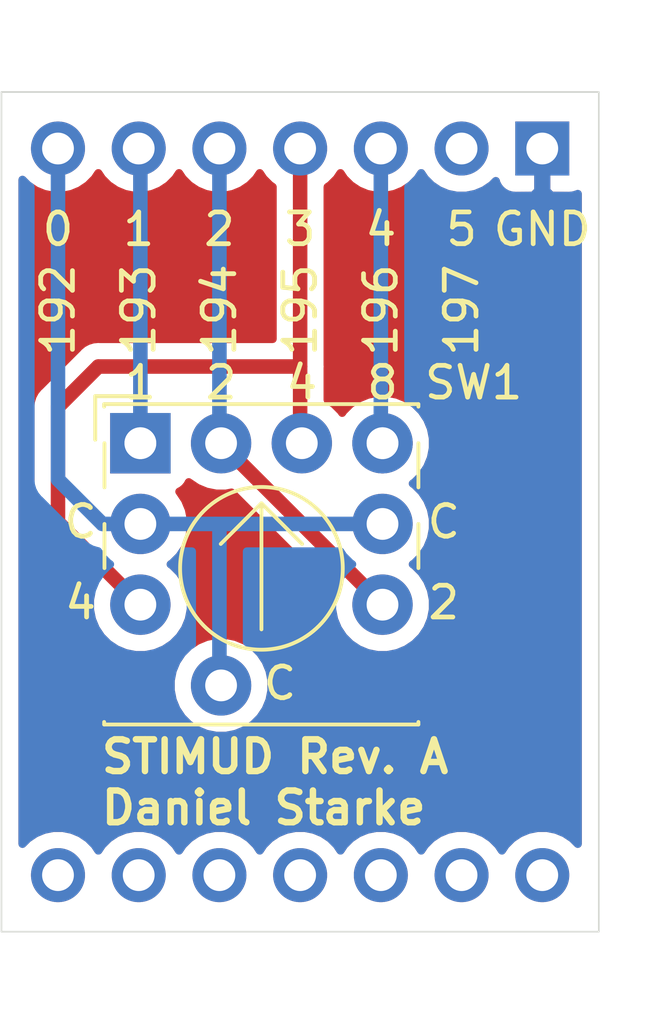
<source format=kicad_pcb>
(kicad_pcb (version 20171130) (host pcbnew "(5.1.5)-3")

  (general
    (thickness 1.6)
    (drawings 27)
    (tracks 19)
    (zones 0)
    (modules 4)
    (nets 15)
  )

  (page A4)
  (layers
    (0 F.Cu signal)
    (31 B.Cu signal)
    (32 B.Adhes user)
    (33 F.Adhes user)
    (34 B.Paste user)
    (35 F.Paste user)
    (36 B.SilkS user)
    (37 F.SilkS user)
    (38 B.Mask user)
    (39 F.Mask user)
    (40 Dwgs.User user)
    (41 Cmts.User user)
    (42 Eco1.User user)
    (43 Eco2.User user)
    (44 Edge.Cuts user)
    (45 Margin user)
    (46 B.CrtYd user)
    (47 F.CrtYd user)
    (48 B.Fab user)
    (49 F.Fab user)
  )

  (setup
    (last_trace_width 0.4572)
    (trace_clearance 0.254)
    (zone_clearance 0.508)
    (zone_45_only no)
    (trace_min 0.0889)
    (via_size 0.5)
    (via_drill 0.3)
    (via_min_size 0.5)
    (via_min_drill 0.3)
    (uvia_size 0.5)
    (uvia_drill 0.3)
    (uvias_allowed no)
    (uvia_min_size 0.5)
    (uvia_min_drill 0.3)
    (edge_width 0.05)
    (segment_width 0.2)
    (pcb_text_width 0.3)
    (pcb_text_size 1.5 1.5)
    (mod_edge_width 0.12)
    (mod_text_size 1 1)
    (mod_text_width 0.15)
    (pad_size 1.7 1.7)
    (pad_drill 1)
    (pad_to_mask_clearance 0.0889)
    (solder_mask_min_width 0.0889)
    (aux_axis_origin 26.162 47.498)
    (visible_elements 7FFFFFFF)
    (pcbplotparams
      (layerselection 0x010f0_ffffffff)
      (usegerberextensions false)
      (usegerberattributes false)
      (usegerberadvancedattributes false)
      (creategerberjobfile false)
      (excludeedgelayer false)
      (linewidth 0.020000)
      (plotframeref false)
      (viasonmask false)
      (mode 1)
      (useauxorigin true)
      (hpglpennumber 1)
      (hpglpenspeed 20)
      (hpglpendiameter 15.000000)
      (psnegative false)
      (psa4output false)
      (plotreference true)
      (plotvalue true)
      (plotinvisibletext false)
      (padsonsilk false)
      (subtractmaskfromsilk false)
      (outputformat 1)
      (mirror false)
      (drillshape 0)
      (scaleselection 1)
      (outputdirectory "gerber"))
  )

  (net 0 "")
  (net 1 "Net-(J1-Pad6)")
  (net 2 "Net-(J1-Pad5)")
  (net 3 "Net-(J1-Pad4)")
  (net 4 "Net-(J1-Pad3)")
  (net 5 "Net-(J1-Pad2)")
  (net 6 "Net-(J1-Pad1)")
  (net 7 "Net-(J2-Pad6)")
  (net 8 "Net-(J2-Pad5)")
  (net 9 "Net-(J2-Pad4)")
  (net 10 "Net-(J2-Pad3)")
  (net 11 "Net-(J2-Pad2)")
  (net 12 "Net-(J2-Pad1)")
  (net 13 GND)
  (net 14 "Net-(J2-Pad7)")

  (net_class Default "This is the default net class."
    (clearance 0.254)
    (trace_width 0.4572)
    (via_dia 0.5)
    (via_drill 0.3)
    (uvia_dia 0.5)
    (uvia_drill 0.3)
    (diff_pair_width 0.1524)
    (diff_pair_gap 0.1524)
    (add_net GND)
    (add_net "Net-(J1-Pad1)")
    (add_net "Net-(J1-Pad2)")
    (add_net "Net-(J1-Pad3)")
    (add_net "Net-(J1-Pad4)")
    (add_net "Net-(J1-Pad5)")
    (add_net "Net-(J1-Pad6)")
    (add_net "Net-(J2-Pad1)")
    (add_net "Net-(J2-Pad2)")
    (add_net "Net-(J2-Pad3)")
    (add_net "Net-(J2-Pad4)")
    (add_net "Net-(J2-Pad5)")
    (add_net "Net-(J2-Pad6)")
    (add_net "Net-(J2-Pad7)")
  )

  (module Connector_PinSocket_2.54mm:PinSocket_1x07_P2.54mm_Vertical (layer B.Cu) (tedit 5E6FFD37) (tstamp 5E69FD8B)
    (at 27.94 45.72 270)
    (descr "Through hole straight socket strip, 1x07, 2.54mm pitch, single row (from Kicad 4.0.7), script generated")
    (tags "Through hole socket strip THT 1x07 2.54mm single row")
    (path /5E6A0BFC)
    (fp_text reference J2 (at 0 2.77 90) (layer B.SilkS) hide
      (effects (font (size 1 1) (thickness 0.15)) (justify mirror))
    )
    (fp_text value Conn_01x07 (at 0 -18.01 90) (layer B.Fab)
      (effects (font (size 1 1) (thickness 0.15)) (justify mirror))
    )
    (fp_text user %R (at 0 -7.62) (layer B.Fab)
      (effects (font (size 1 1) (thickness 0.15)) (justify mirror))
    )
    (fp_line (start -1.8 -17) (end -1.8 1.8) (layer B.CrtYd) (width 0.05))
    (fp_line (start 1.75 -17) (end -1.8 -17) (layer B.CrtYd) (width 0.05))
    (fp_line (start 1.75 1.8) (end 1.75 -17) (layer B.CrtYd) (width 0.05))
    (fp_line (start -1.8 1.8) (end 1.75 1.8) (layer B.CrtYd) (width 0.05))
    (fp_line (start -1.27 -16.51) (end -1.27 1.27) (layer B.Fab) (width 0.1))
    (fp_line (start 1.27 -16.51) (end -1.27 -16.51) (layer B.Fab) (width 0.1))
    (fp_line (start 1.27 0.635) (end 1.27 -16.51) (layer B.Fab) (width 0.1))
    (fp_line (start 0.635 1.27) (end 1.27 0.635) (layer B.Fab) (width 0.1))
    (fp_line (start -1.27 1.27) (end 0.635 1.27) (layer B.Fab) (width 0.1))
    (pad 7 thru_hole oval (at 0 -15.24 270) (size 1.7 1.7) (drill 1) (layers *.Cu *.Mask)
      (net 14 "Net-(J2-Pad7)"))
    (pad 6 thru_hole oval (at 0 -12.7 270) (size 1.7 1.7) (drill 1) (layers *.Cu *.Mask)
      (net 7 "Net-(J2-Pad6)"))
    (pad 5 thru_hole oval (at 0 -10.16 270) (size 1.7 1.7) (drill 1) (layers *.Cu *.Mask)
      (net 8 "Net-(J2-Pad5)"))
    (pad 4 thru_hole oval (at 0 -7.62 270) (size 1.7 1.7) (drill 1) (layers *.Cu *.Mask)
      (net 9 "Net-(J2-Pad4)"))
    (pad 3 thru_hole oval (at 0 -5.08 270) (size 1.7 1.7) (drill 1) (layers *.Cu *.Mask)
      (net 10 "Net-(J2-Pad3)"))
    (pad 2 thru_hole oval (at 0 -2.54 270) (size 1.7 1.7) (drill 1) (layers *.Cu *.Mask)
      (net 11 "Net-(J2-Pad2)"))
    (pad 1 thru_hole circle (at 0 0 270) (size 1.7 1.7) (drill 1) (layers *.Cu *.Mask)
      (net 12 "Net-(J2-Pad1)"))
    (model ${KISYS3DMOD}/Connector_PinSocket_2.54mm.3dshapes/PinSocket_1x07_P2.54mm_Vertical.wrl
      (at (xyz 0 0 0))
      (scale (xyz 1 1 1))
      (rotate (xyz 0 0 0))
    )
  )

  (module Connector_PinSocket_2.54mm:PinSocket_1x07_P2.54mm_Vertical (layer B.Cu) (tedit 5E6FFD20) (tstamp 5E69FD70)
    (at 27.94 22.86 270)
    (descr "Through hole straight socket strip, 1x07, 2.54mm pitch, single row (from Kicad 4.0.7), script generated")
    (tags "Through hole socket strip THT 1x07 2.54mm single row")
    (path /5E69FBFF)
    (fp_text reference J1 (at 0 2.77 90) (layer B.SilkS) hide
      (effects (font (size 1 1) (thickness 0.15)) (justify mirror))
    )
    (fp_text value Conn_01x07 (at 0 -18.01 90) (layer B.Fab)
      (effects (font (size 1 1) (thickness 0.15)) (justify mirror))
    )
    (fp_text user %R (at 0 -7.62) (layer B.Fab)
      (effects (font (size 1 1) (thickness 0.15)) (justify mirror))
    )
    (fp_line (start -1.8 -17) (end -1.8 1.8) (layer B.CrtYd) (width 0.05))
    (fp_line (start 1.75 -17) (end -1.8 -17) (layer B.CrtYd) (width 0.05))
    (fp_line (start 1.75 1.8) (end 1.75 -17) (layer B.CrtYd) (width 0.05))
    (fp_line (start -1.8 1.8) (end 1.75 1.8) (layer B.CrtYd) (width 0.05))
    (fp_line (start -1.27 -16.51) (end -1.27 1.27) (layer B.Fab) (width 0.1))
    (fp_line (start 1.27 -16.51) (end -1.27 -16.51) (layer B.Fab) (width 0.1))
    (fp_line (start 1.27 0.635) (end 1.27 -16.51) (layer B.Fab) (width 0.1))
    (fp_line (start 0.635 1.27) (end 1.27 0.635) (layer B.Fab) (width 0.1))
    (fp_line (start -1.27 1.27) (end 0.635 1.27) (layer B.Fab) (width 0.1))
    (pad 7 thru_hole rect (at 0 -15.24 270) (size 1.7 1.7) (drill 1) (layers *.Cu *.Mask)
      (net 13 GND))
    (pad 6 thru_hole oval (at 0 -12.7 270) (size 1.7 1.7) (drill 1) (layers *.Cu *.Mask)
      (net 1 "Net-(J1-Pad6)"))
    (pad 5 thru_hole oval (at 0 -10.16 270) (size 1.7 1.7) (drill 1) (layers *.Cu *.Mask)
      (net 2 "Net-(J1-Pad5)"))
    (pad 4 thru_hole oval (at 0 -7.62 270) (size 1.7 1.7) (drill 1) (layers *.Cu *.Mask)
      (net 3 "Net-(J1-Pad4)"))
    (pad 3 thru_hole oval (at 0 -5.08 270) (size 1.7 1.7) (drill 1) (layers *.Cu *.Mask)
      (net 4 "Net-(J1-Pad3)"))
    (pad 2 thru_hole oval (at 0 -2.54 270) (size 1.7 1.7) (drill 1) (layers *.Cu *.Mask)
      (net 5 "Net-(J1-Pad2)"))
    (pad 1 thru_hole circle (at 0 0 270) (size 1.7 1.7) (drill 1) (layers *.Cu *.Mask)
      (net 6 "Net-(J1-Pad1)"))
    (model ${KISYS3DMOD}/Connector_PinSocket_2.54mm.3dshapes/PinSocket_1x07_P2.54mm_Vertical.wrl
      (at (xyz 0 0 0))
      (scale (xyz 1 1 1))
      (rotate (xyz 0 0 0))
    )
  )

  (module Button_Switch_THT:Nidec_Copal_SH-7010C (layer F.Cu) (tedit 5E6FF2D2) (tstamp 5E69DAA1)
    (at 30.5325 32.131)
    (descr "4-bit rotary coded switch, through-hole, https://www.nidec-copal-electronics.com/e/catalog/switch/sh-7000.pdf")
    (tags "rotary switch bcd")
    (path /5E695944)
    (fp_text reference SW1 (at 10.4885 -1.905) (layer F.SilkS)
      (effects (font (size 1 1) (thickness 0.15)))
    )
    (fp_text value SW_Coded_SH-7050 (at 3.81 7.44) (layer F.Fab)
      (effects (font (size 1 1) (thickness 0.15)))
    )
    (fp_text user %R (at 3.81 2.54) (layer F.Fab)
      (effects (font (size 1 1) (thickness 0.15)))
    )
    (fp_line (start 8.92 -1.36) (end -1.3 -1.36) (layer F.CrtYd) (width 0.05))
    (fp_line (start 8.92 6.44) (end 8.92 -1.36) (layer F.CrtYd) (width 0.05))
    (fp_line (start -1.3 6.44) (end 8.92 6.44) (layer F.CrtYd) (width 0.05))
    (fp_line (start -1.3 -1.36) (end -1.3 6.44) (layer F.CrtYd) (width 0.05))
    (fp_line (start -1.42 -1.48) (end -0.05 -1.48) (layer F.SilkS) (width 0.12))
    (fp_line (start -1.42 -0.11) (end -1.42 -1.48) (layer F.SilkS) (width 0.12))
    (fp_line (start 0.26 -0.11) (end 1.26 -1.11) (layer F.Fab) (width 0.1))
    (fp_line (start 0.26 6.19) (end 0.26 -0.11) (layer F.Fab) (width 0.1))
    (fp_line (start 7.36 6.19) (end 0.26 6.19) (layer F.Fab) (width 0.1))
    (fp_line (start 7.36 -1.11) (end 7.36 6.19) (layer F.Fab) (width 0.1))
    (fp_line (start 1.26 -1.11) (end 7.36 -1.11) (layer F.Fab) (width 0.1))
    (pad 2 thru_hole circle (at 7.62 5.08) (size 1.9 1.9) (drill 1) (layers *.Cu *.Mask)
      (net 4 "Net-(J1-Pad3)"))
    (pad 4 thru_hole circle (at 0 5.08) (size 1.9 1.9) (drill 1) (layers *.Cu *.Mask)
      (net 3 "Net-(J1-Pad4)"))
    (pad C thru_hole circle (at 7.62 2.54) (size 1.9 1.9) (drill 1) (layers *.Cu *.Mask)
      (net 6 "Net-(J1-Pad1)"))
    (pad C thru_hole circle (at 0 2.54) (size 1.9 1.9) (drill 1) (layers *.Cu *.Mask)
      (net 6 "Net-(J1-Pad1)"))
    (pad 8 thru_hole circle (at 7.62 0) (size 1.9 1.9) (drill 1) (layers *.Cu *.Mask)
      (net 2 "Net-(J1-Pad5)"))
    (pad 1 thru_hole rect (at 0 0) (size 1.9 1.9) (drill 1) (layers *.Cu *.Mask)
      (net 5 "Net-(J1-Pad2)"))
    (model 8421C.step
      (offset (xyz -1.2065 -7.62 0))
      (scale (xyz 1 1 1))
      (rotate (xyz 0 0 0))
    )
  )

  (module Button_Switch_THT:ROT_10 (layer F.Cu) (tedit 5E6FF2B2) (tstamp 5E6B49EB)
    (at 30.5325 32.131)
    (descr "4-bit rotary coded switch, through-hole, https://www.nidec-copal-electronics.com/e/catalog/switch/sh-7000.pdf")
    (tags "rotary switch bcd")
    (path /5E6ABE40)
    (fp_text reference SW2 (at 11.176 3.302) (layer F.SilkS) hide
      (effects (font (size 1 1) (thickness 0.15)))
    )
    (fp_text value SW_Coded_SH-7010 (at 3.81 9.652) (layer F.Fab)
      (effects (font (size 1 1) (thickness 0.15)))
    )
    (fp_text user %R (at 3.81 2.54) (layer F.Fab)
      (effects (font (size 1 1) (thickness 0.15)))
    )
    (fp_line (start 8.92 -1.36) (end -1.3 -1.36) (layer F.CrtYd) (width 0.05))
    (fp_line (start 8.89 8.89) (end 8.92 -1.36) (layer F.CrtYd) (width 0.05))
    (fp_line (start -1.3 8.89) (end 8.89 8.89) (layer F.CrtYd) (width 0.05))
    (fp_line (start -1.3 -1.36) (end -1.3 8.89) (layer F.CrtYd) (width 0.05))
    (fp_line (start 3.81 1.89) (end 5.09 3.17) (layer F.SilkS) (width 0.12))
    (fp_line (start 2.53 3.17) (end 3.81 1.89) (layer F.SilkS) (width 0.12))
    (fp_line (start 3.81 2.017) (end 3.81 5.857) (layer F.SilkS) (width 0.12))
    (fp_line (start -1.42 -1.48) (end -0.05 -1.48) (layer F.SilkS) (width 0.12))
    (fp_line (start -1.42 -0.11) (end -1.42 -1.48) (layer F.SilkS) (width 0.12))
    (fp_line (start 8.75 2.54) (end 8.75 3.93) (layer F.SilkS) (width 0.12))
    (fp_line (start 8.75 0) (end 8.75 1.39) (layer F.SilkS) (width 0.12))
    (fp_line (start -1.13 2.54) (end -1.13 3.93) (layer F.SilkS) (width 0.12))
    (fp_line (start -1.13 0) (end -1.13 1.39) (layer F.SilkS) (width 0.12))
    (fp_line (start 8.75 8.85) (end 8.75 8.77) (layer F.SilkS) (width 0.12))
    (fp_line (start -1.14 8.85) (end 8.75 8.85) (layer F.SilkS) (width 0.12))
    (fp_line (start -1.14 8.77) (end -1.14 8.85) (layer F.SilkS) (width 0.12))
    (fp_line (start 8.75 -1.23) (end 8.75 -1.15) (layer F.SilkS) (width 0.12))
    (fp_line (start -1.14 -1.23) (end 8.75 -1.23) (layer F.SilkS) (width 0.12))
    (fp_line (start -1.14 -1.15) (end -1.14 -1.23) (layer F.SilkS) (width 0.12))
    (fp_line (start -1 -0.11) (end 0 -1.11) (layer F.Fab) (width 0.1))
    (fp_line (start -1.01 8.73) (end -1.01 -0.11) (layer F.Fab) (width 0.1))
    (fp_line (start 8.63 8.73) (end 0.26 8.73) (layer F.Fab) (width 0.1))
    (fp_line (start 8.63 -1.11) (end 8.63 8.73) (layer F.Fab) (width 0.1))
    (fp_line (start 0 -1.11) (end 8.63 -1.11) (layer F.Fab) (width 0.1))
    (fp_circle (center 3.81 3.937) (end 6.37 3.937) (layer F.SilkS) (width 0.12))
    (pad C thru_hole circle (at 2.54 7.62) (size 1.9 1.9) (drill 1) (layers *.Cu *.Mask)
      (net 6 "Net-(J1-Pad1)"))
    (pad 4 thru_hole circle (at 5.08 0) (size 1.9 1.9) (drill 1) (layers *.Cu *.Mask)
      (net 3 "Net-(J1-Pad4)"))
    (pad 2 thru_hole circle (at 2.54 0) (size 1.9 1.9) (drill 1) (layers *.Cu *.Mask)
      (net 4 "Net-(J1-Pad3)"))
    (pad 8 thru_hole circle (at 7.62 0) (size 1.9 1.9) (drill 1) (layers *.Cu *.Mask)
      (net 2 "Net-(J1-Pad5)"))
    (pad 1 thru_hole rect (at 0 0) (size 1.9 1.9) (drill 1) (layers *.Cu *.Mask)
      (net 5 "Net-(J1-Pad2)"))
    (model ${KISYS3DMOD}/Button_Switch_THT.3dshapes/Nidec_Copal_SH-7010C.wrl
      (at (xyz 0 0 0))
      (scale (xyz 1 1 1))
      (rotate (xyz 0 0 0))
    )
  )

  (gr_text C (at 34.925 39.6835) (layer F.SilkS) (tstamp 5E6FF9BE)
    (effects (font (size 1 1) (thickness 0.15)))
  )
  (gr_text C (at 28.6495 34.6035) (layer F.SilkS) (tstamp 5E6FF9B8)
    (effects (font (size 1 1) (thickness 0.15)))
  )
  (gr_text C (at 40.0795 34.6035) (layer F.SilkS) (tstamp 5E6FF9B3)
    (effects (font (size 1 1) (thickness 0.15)))
  )
  (gr_text 2 (at 40.0795 37.1435) (layer F.SilkS) (tstamp 5E6FF9AD)
    (effects (font (size 1 1) (thickness 0.15)))
  )
  (gr_text 4 (at 28.6495 37.1435) (layer F.SilkS) (tstamp 5E6FF9AD)
    (effects (font (size 1 1) (thickness 0.15)))
  )
  (gr_text 8 (at 38.1525 30.226) (layer F.SilkS) (tstamp 5E6FF931)
    (effects (font (size 1 1) (thickness 0.15)))
  )
  (gr_text 4 (at 35.6125 30.226) (layer F.SilkS) (tstamp 5E6FF931)
    (effects (font (size 1 1) (thickness 0.15)))
  )
  (gr_text 2 (at 33.0725 30.226) (layer F.SilkS) (tstamp 5E6FF931)
    (effects (font (size 1 1) (thickness 0.15)))
  )
  (gr_text 1 (at 30.5325 30.226) (layer F.SilkS) (tstamp 5E6FF92B)
    (effects (font (size 1 1) (thickness 0.15)))
  )
  (gr_text GND (at 43.18 25.4) (layer F.SilkS) (tstamp 5E6A00A8)
    (effects (font (size 1 1) (thickness 0.15)))
  )
  (gr_text "STIMUD Rev. A\nDaniel Starke" (at 29.21 42.799) (layer F.SilkS)
    (effects (font (size 1 1) (thickness 0.2032)) (justify left))
  )
  (gr_text 196 (at 38.1 27.94 90) (layer F.SilkS) (tstamp 5E69E101)
    (effects (font (size 1 1) (thickness 0.15)))
  )
  (gr_text 197 (at 40.64 27.94 90) (layer F.SilkS) (tstamp 5E69E100)
    (effects (font (size 1 1) (thickness 0.15)))
  )
  (gr_text 193 (at 30.48 27.94 90) (layer F.SilkS) (tstamp 5E69E0FF)
    (effects (font (size 1 1) (thickness 0.15)))
  )
  (gr_text 194 (at 33.02 27.94 90) (layer F.SilkS) (tstamp 5E69E0FE)
    (effects (font (size 1 1) (thickness 0.15)))
  )
  (gr_text 195 (at 35.56 27.94 90) (layer F.SilkS) (tstamp 5E69E0FD)
    (effects (font (size 1 1) (thickness 0.15)))
  )
  (gr_text 192 (at 27.94 27.94 90) (layer F.SilkS) (tstamp 5E69E0FC)
    (effects (font (size 1 1) (thickness 0.15)))
  )
  (gr_text 5 (at 40.64 25.4) (layer F.SilkS) (tstamp 5E69E0A6)
    (effects (font (size 1 1) (thickness 0.15)))
  )
  (gr_text 4 (at 38.1 25.4) (layer F.SilkS) (tstamp 5E69E0A6)
    (effects (font (size 1 1) (thickness 0.15)))
  )
  (gr_text 3 (at 35.56 25.4) (layer F.SilkS) (tstamp 5E69E0A6)
    (effects (font (size 1 1) (thickness 0.15)))
  )
  (gr_text 2 (at 33.02 25.4) (layer F.SilkS) (tstamp 5E69E0A6)
    (effects (font (size 1 1) (thickness 0.15)))
  )
  (gr_text 1 (at 30.48 25.4) (layer F.SilkS) (tstamp 5E69E0A6)
    (effects (font (size 1 1) (thickness 0.15)))
  )
  (gr_text 0 (at 27.94 25.4) (layer F.SilkS)
    (effects (font (size 1 1) (thickness 0.15)))
  )
  (gr_line (start 44.958 21.082) (end 26.162 21.082) (layer Edge.Cuts) (width 0.05) (tstamp 5E69DD2F))
  (gr_line (start 44.958 47.498) (end 44.958 21.082) (layer Edge.Cuts) (width 0.05) (tstamp 5E69FFF0))
  (gr_line (start 26.162 47.498) (end 44.958 47.498) (layer Edge.Cuts) (width 0.05))
  (gr_line (start 26.162 21.082) (end 26.162 47.498) (layer Edge.Cuts) (width 0.05))

  (segment (start 38.1 32.131) (end 38.1 22.86) (width 0.4572) (layer B.Cu) (net 2))
  (segment (start 35.56 22.86) (end 35.56 29.718) (width 0.4572) (layer F.Cu) (net 3))
  (segment (start 35.56 29.718) (end 35.56 32.131) (width 0.4572) (layer F.Cu) (net 3))
  (segment (start 29.21 29.718) (end 35.56 29.718) (width 0.4572) (layer F.Cu) (net 3))
  (segment (start 27.94 34.6185) (end 27.94 30.988) (width 0.4572) (layer F.Cu) (net 3))
  (segment (start 30.5325 37.211) (end 27.94 34.6185) (width 0.4572) (layer F.Cu) (net 3))
  (segment (start 27.94 30.988) (end 29.21 29.718) (width 0.4572) (layer F.Cu) (net 3))
  (segment (start 33.02 32.131) (end 33.02 22.86) (width 0.4572) (layer B.Cu) (net 4))
  (segment (start 33.0725 32.131) (end 33.02 32.131) (width 0.4572) (layer F.Cu) (net 4))
  (segment (start 38.1525 37.211) (end 33.0725 32.131) (width 0.4572) (layer F.Cu) (net 4))
  (segment (start 30.5325 22.9125) (end 30.48 22.86) (width 0.4572) (layer B.Cu) (net 5) (status 1000000))
  (segment (start 30.5325 32.131) (end 30.5325 22.9125) (width 0.4572) (layer B.Cu) (net 5) (status 1000000))
  (segment (start 30.5325 34.671) (end 32.893 34.671) (width 0.4572) (layer B.Cu) (net 6))
  (segment (start 29.337 34.671) (end 30.5325 34.671) (width 0.4572) (layer B.Cu) (net 6))
  (segment (start 27.94 22.86) (end 27.94 33.274) (width 0.4572) (layer B.Cu) (net 6))
  (segment (start 27.94 33.274) (end 29.337 34.671) (width 0.4572) (layer B.Cu) (net 6))
  (segment (start 32.893 34.671) (end 38.1525 34.671) (width 0.4572) (layer B.Cu) (net 6))
  (segment (start 33.02 34.798) (end 32.893 34.671) (width 0.4572) (layer B.Cu) (net 6))
  (segment (start 33.02 39.751) (end 33.02 34.798) (width 0.4572) (layer B.Cu) (net 6))

  (zone (net 13) (net_name GND) (layer F.Cu) (tstamp 5E70018B) (hatch edge 0.508)
    (connect_pads (clearance 0.508))
    (min_thickness 0.254)
    (fill yes (arc_segments 32) (thermal_gap 0.508) (thermal_bridge_width 0.508))
    (polygon
      (pts
        (xy 44.704 47.244) (xy 26.416 47.244) (xy 26.416 21.336) (xy 44.704 21.336)
      )
    )
    (filled_polygon
      (pts
        (xy 43.307 22.733) (xy 43.327 22.733) (xy 43.327 22.987) (xy 43.307 22.987) (xy 43.307 24.18625)
        (xy 43.46575 24.345) (xy 44.03 24.348072) (xy 44.154482 24.335812) (xy 44.27418 24.299502) (xy 44.298001 24.286769)
        (xy 44.298 44.737893) (xy 44.126632 44.566525) (xy 43.883411 44.40401) (xy 43.613158 44.292068) (xy 43.32626 44.235)
        (xy 43.03374 44.235) (xy 42.746842 44.292068) (xy 42.476589 44.40401) (xy 42.233368 44.566525) (xy 42.026525 44.773368)
        (xy 41.91 44.94776) (xy 41.793475 44.773368) (xy 41.586632 44.566525) (xy 41.343411 44.40401) (xy 41.073158 44.292068)
        (xy 40.78626 44.235) (xy 40.49374 44.235) (xy 40.206842 44.292068) (xy 39.936589 44.40401) (xy 39.693368 44.566525)
        (xy 39.486525 44.773368) (xy 39.37 44.94776) (xy 39.253475 44.773368) (xy 39.046632 44.566525) (xy 38.803411 44.40401)
        (xy 38.533158 44.292068) (xy 38.24626 44.235) (xy 37.95374 44.235) (xy 37.666842 44.292068) (xy 37.396589 44.40401)
        (xy 37.153368 44.566525) (xy 36.946525 44.773368) (xy 36.83 44.94776) (xy 36.713475 44.773368) (xy 36.506632 44.566525)
        (xy 36.263411 44.40401) (xy 35.993158 44.292068) (xy 35.70626 44.235) (xy 35.41374 44.235) (xy 35.126842 44.292068)
        (xy 34.856589 44.40401) (xy 34.613368 44.566525) (xy 34.406525 44.773368) (xy 34.29 44.94776) (xy 34.173475 44.773368)
        (xy 33.966632 44.566525) (xy 33.723411 44.40401) (xy 33.453158 44.292068) (xy 33.16626 44.235) (xy 32.87374 44.235)
        (xy 32.586842 44.292068) (xy 32.316589 44.40401) (xy 32.073368 44.566525) (xy 31.866525 44.773368) (xy 31.75 44.94776)
        (xy 31.633475 44.773368) (xy 31.426632 44.566525) (xy 31.183411 44.40401) (xy 30.913158 44.292068) (xy 30.62626 44.235)
        (xy 30.33374 44.235) (xy 30.046842 44.292068) (xy 29.776589 44.40401) (xy 29.533368 44.566525) (xy 29.326525 44.773368)
        (xy 29.21 44.94776) (xy 29.093475 44.773368) (xy 28.886632 44.566525) (xy 28.643411 44.40401) (xy 28.373158 44.292068)
        (xy 28.08626 44.235) (xy 27.79374 44.235) (xy 27.506842 44.292068) (xy 27.236589 44.40401) (xy 26.993368 44.566525)
        (xy 26.822 44.737893) (xy 26.822 39.594891) (xy 31.4875 39.594891) (xy 31.4875 39.907109) (xy 31.548411 40.213327)
        (xy 31.667891 40.501779) (xy 31.84135 40.761379) (xy 32.062121 40.98215) (xy 32.321721 41.155609) (xy 32.610173 41.275089)
        (xy 32.916391 41.336) (xy 33.228609 41.336) (xy 33.534827 41.275089) (xy 33.823279 41.155609) (xy 34.082879 40.98215)
        (xy 34.30365 40.761379) (xy 34.477109 40.501779) (xy 34.596589 40.213327) (xy 34.6575 39.907109) (xy 34.6575 39.594891)
        (xy 34.596589 39.288673) (xy 34.477109 39.000221) (xy 34.30365 38.740621) (xy 34.082879 38.51985) (xy 33.823279 38.346391)
        (xy 33.534827 38.226911) (xy 33.228609 38.166) (xy 32.916391 38.166) (xy 32.610173 38.226911) (xy 32.321721 38.346391)
        (xy 32.062121 38.51985) (xy 31.84135 38.740621) (xy 31.667891 39.000221) (xy 31.548411 39.288673) (xy 31.4875 39.594891)
        (xy 26.822 39.594891) (xy 26.822 23.842107) (xy 26.993368 24.013475) (xy 27.236589 24.17599) (xy 27.506842 24.287932)
        (xy 27.79374 24.345) (xy 28.08626 24.345) (xy 28.373158 24.287932) (xy 28.643411 24.17599) (xy 28.886632 24.013475)
        (xy 29.093475 23.806632) (xy 29.21 23.63224) (xy 29.326525 23.806632) (xy 29.533368 24.013475) (xy 29.776589 24.17599)
        (xy 30.046842 24.287932) (xy 30.33374 24.345) (xy 30.62626 24.345) (xy 30.913158 24.287932) (xy 31.183411 24.17599)
        (xy 31.426632 24.013475) (xy 31.633475 23.806632) (xy 31.75 23.63224) (xy 31.866525 23.806632) (xy 32.073368 24.013475)
        (xy 32.316589 24.17599) (xy 32.586842 24.287932) (xy 32.87374 24.345) (xy 33.16626 24.345) (xy 33.453158 24.287932)
        (xy 33.723411 24.17599) (xy 33.966632 24.013475) (xy 34.173475 23.806632) (xy 34.29 23.63224) (xy 34.406525 23.806632)
        (xy 34.613368 24.013475) (xy 34.6964 24.068955) (xy 34.696401 28.8544) (xy 29.252417 28.8544) (xy 29.209999 28.850222)
        (xy 29.167582 28.8544) (xy 29.16758 28.8544) (xy 29.040705 28.866896) (xy 28.877916 28.916278) (xy 28.727888 28.996469)
        (xy 28.596388 29.104388) (xy 28.569345 29.13734) (xy 27.359346 30.347341) (xy 27.326389 30.374388) (xy 27.272928 30.439531)
        (xy 27.218469 30.505889) (xy 27.138279 30.655916) (xy 27.088896 30.818706) (xy 27.072222 30.988) (xy 27.076401 31.03043)
        (xy 27.0764 34.57608) (xy 27.072222 34.6185) (xy 27.0764 34.660919) (xy 27.088896 34.787794) (xy 27.138278 34.950583)
        (xy 27.218469 35.100611) (xy 27.326388 35.232112) (xy 27.359351 35.259164) (xy 28.981939 36.881754) (xy 28.9475 37.054891)
        (xy 28.9475 37.367109) (xy 29.008411 37.673327) (xy 29.127891 37.961779) (xy 29.30135 38.221379) (xy 29.522121 38.44215)
        (xy 29.781721 38.615609) (xy 30.070173 38.735089) (xy 30.376391 38.796) (xy 30.688609 38.796) (xy 30.994827 38.735089)
        (xy 31.283279 38.615609) (xy 31.542879 38.44215) (xy 31.76365 38.221379) (xy 31.937109 37.961779) (xy 32.056589 37.673327)
        (xy 32.1175 37.367109) (xy 32.1175 37.054891) (xy 32.056589 36.748673) (xy 31.937109 36.460221) (xy 31.76365 36.200621)
        (xy 31.542879 35.97985) (xy 31.484736 35.941) (xy 31.542879 35.90215) (xy 31.76365 35.681379) (xy 31.937109 35.421779)
        (xy 32.056589 35.133327) (xy 32.1175 34.827109) (xy 32.1175 34.514891) (xy 32.056589 34.208673) (xy 31.937109 33.920221)
        (xy 31.76365 33.660621) (xy 31.757211 33.654182) (xy 31.836994 33.611537) (xy 31.933685 33.532185) (xy 32.013037 33.435494)
        (xy 32.055682 33.355711) (xy 32.062121 33.36215) (xy 32.321721 33.535609) (xy 32.610173 33.655089) (xy 32.916391 33.716)
        (xy 33.228609 33.716) (xy 33.401747 33.68156) (xy 36.601939 36.881753) (xy 36.5675 37.054891) (xy 36.5675 37.367109)
        (xy 36.628411 37.673327) (xy 36.747891 37.961779) (xy 36.92135 38.221379) (xy 37.142121 38.44215) (xy 37.401721 38.615609)
        (xy 37.690173 38.735089) (xy 37.996391 38.796) (xy 38.308609 38.796) (xy 38.614827 38.735089) (xy 38.903279 38.615609)
        (xy 39.162879 38.44215) (xy 39.38365 38.221379) (xy 39.557109 37.961779) (xy 39.676589 37.673327) (xy 39.7375 37.367109)
        (xy 39.7375 37.054891) (xy 39.676589 36.748673) (xy 39.557109 36.460221) (xy 39.38365 36.200621) (xy 39.162879 35.97985)
        (xy 39.104736 35.941) (xy 39.162879 35.90215) (xy 39.38365 35.681379) (xy 39.557109 35.421779) (xy 39.676589 35.133327)
        (xy 39.7375 34.827109) (xy 39.7375 34.514891) (xy 39.676589 34.208673) (xy 39.557109 33.920221) (xy 39.38365 33.660621)
        (xy 39.162879 33.43985) (xy 39.104736 33.401) (xy 39.162879 33.36215) (xy 39.38365 33.141379) (xy 39.557109 32.881779)
        (xy 39.676589 32.593327) (xy 39.7375 32.287109) (xy 39.7375 31.974891) (xy 39.676589 31.668673) (xy 39.557109 31.380221)
        (xy 39.38365 31.120621) (xy 39.162879 30.89985) (xy 38.903279 30.726391) (xy 38.614827 30.606911) (xy 38.308609 30.546)
        (xy 37.996391 30.546) (xy 37.690173 30.606911) (xy 37.401721 30.726391) (xy 37.142121 30.89985) (xy 36.92135 31.120621)
        (xy 36.8825 31.178764) (xy 36.84365 31.120621) (xy 36.622879 30.89985) (xy 36.4236 30.766696) (xy 36.4236 29.76042)
        (xy 36.427778 29.718) (xy 36.4236 29.67558) (xy 36.4236 24.068955) (xy 36.506632 24.013475) (xy 36.713475 23.806632)
        (xy 36.83 23.63224) (xy 36.946525 23.806632) (xy 37.153368 24.013475) (xy 37.396589 24.17599) (xy 37.666842 24.287932)
        (xy 37.95374 24.345) (xy 38.24626 24.345) (xy 38.533158 24.287932) (xy 38.803411 24.17599) (xy 39.046632 24.013475)
        (xy 39.253475 23.806632) (xy 39.37 23.63224) (xy 39.486525 23.806632) (xy 39.693368 24.013475) (xy 39.936589 24.17599)
        (xy 40.206842 24.287932) (xy 40.49374 24.345) (xy 40.78626 24.345) (xy 41.073158 24.287932) (xy 41.343411 24.17599)
        (xy 41.586632 24.013475) (xy 41.718487 23.88162) (xy 41.740498 23.95418) (xy 41.799463 24.064494) (xy 41.878815 24.161185)
        (xy 41.975506 24.240537) (xy 42.08582 24.299502) (xy 42.205518 24.335812) (xy 42.33 24.348072) (xy 42.89425 24.345)
        (xy 43.053 24.18625) (xy 43.053 22.987) (xy 43.033 22.987) (xy 43.033 22.733) (xy 43.053 22.733)
        (xy 43.053 22.713) (xy 43.307 22.713)
      )
    )
  )
  (zone (net 13) (net_name GND) (layer B.Cu) (tstamp 5E700188) (hatch edge 0.508)
    (connect_pads (clearance 0.508))
    (min_thickness 0.254)
    (fill yes (arc_segments 32) (thermal_gap 0.508) (thermal_bridge_width 0.508))
    (polygon
      (pts
        (xy 44.704 47.244) (xy 26.416 47.244) (xy 26.416 21.336) (xy 44.704 21.336)
      )
    )
    (filled_polygon
      (pts
        (xy 43.307 22.733) (xy 43.327 22.733) (xy 43.327 22.987) (xy 43.307 22.987) (xy 43.307 24.18625)
        (xy 43.46575 24.345) (xy 44.03 24.348072) (xy 44.154482 24.335812) (xy 44.27418 24.299502) (xy 44.298001 24.286769)
        (xy 44.298 44.737893) (xy 44.126632 44.566525) (xy 43.883411 44.40401) (xy 43.613158 44.292068) (xy 43.32626 44.235)
        (xy 43.03374 44.235) (xy 42.746842 44.292068) (xy 42.476589 44.40401) (xy 42.233368 44.566525) (xy 42.026525 44.773368)
        (xy 41.91 44.94776) (xy 41.793475 44.773368) (xy 41.586632 44.566525) (xy 41.343411 44.40401) (xy 41.073158 44.292068)
        (xy 40.78626 44.235) (xy 40.49374 44.235) (xy 40.206842 44.292068) (xy 39.936589 44.40401) (xy 39.693368 44.566525)
        (xy 39.486525 44.773368) (xy 39.37 44.94776) (xy 39.253475 44.773368) (xy 39.046632 44.566525) (xy 38.803411 44.40401)
        (xy 38.533158 44.292068) (xy 38.24626 44.235) (xy 37.95374 44.235) (xy 37.666842 44.292068) (xy 37.396589 44.40401)
        (xy 37.153368 44.566525) (xy 36.946525 44.773368) (xy 36.83 44.94776) (xy 36.713475 44.773368) (xy 36.506632 44.566525)
        (xy 36.263411 44.40401) (xy 35.993158 44.292068) (xy 35.70626 44.235) (xy 35.41374 44.235) (xy 35.126842 44.292068)
        (xy 34.856589 44.40401) (xy 34.613368 44.566525) (xy 34.406525 44.773368) (xy 34.29 44.94776) (xy 34.173475 44.773368)
        (xy 33.966632 44.566525) (xy 33.723411 44.40401) (xy 33.453158 44.292068) (xy 33.16626 44.235) (xy 32.87374 44.235)
        (xy 32.586842 44.292068) (xy 32.316589 44.40401) (xy 32.073368 44.566525) (xy 31.866525 44.773368) (xy 31.75 44.94776)
        (xy 31.633475 44.773368) (xy 31.426632 44.566525) (xy 31.183411 44.40401) (xy 30.913158 44.292068) (xy 30.62626 44.235)
        (xy 30.33374 44.235) (xy 30.046842 44.292068) (xy 29.776589 44.40401) (xy 29.533368 44.566525) (xy 29.326525 44.773368)
        (xy 29.21 44.94776) (xy 29.093475 44.773368) (xy 28.886632 44.566525) (xy 28.643411 44.40401) (xy 28.373158 44.292068)
        (xy 28.08626 44.235) (xy 27.79374 44.235) (xy 27.506842 44.292068) (xy 27.236589 44.40401) (xy 26.993368 44.566525)
        (xy 26.822 44.737893) (xy 26.822 23.842107) (xy 26.993368 24.013475) (xy 27.0764 24.068955) (xy 27.076401 33.23157)
        (xy 27.072222 33.274) (xy 27.088896 33.443294) (xy 27.138279 33.606084) (xy 27.192119 33.706812) (xy 27.21847 33.756112)
        (xy 27.326389 33.887612) (xy 27.359346 33.914659) (xy 28.696345 35.25166) (xy 28.723388 35.284612) (xy 28.854888 35.392531)
        (xy 29.004916 35.472722) (xy 29.167705 35.522104) (xy 29.196844 35.524974) (xy 29.30135 35.681379) (xy 29.522121 35.90215)
        (xy 29.580264 35.941) (xy 29.522121 35.97985) (xy 29.30135 36.200621) (xy 29.127891 36.460221) (xy 29.008411 36.748673)
        (xy 28.9475 37.054891) (xy 28.9475 37.367109) (xy 29.008411 37.673327) (xy 29.127891 37.961779) (xy 29.30135 38.221379)
        (xy 29.522121 38.44215) (xy 29.781721 38.615609) (xy 30.070173 38.735089) (xy 30.376391 38.796) (xy 30.688609 38.796)
        (xy 30.994827 38.735089) (xy 31.283279 38.615609) (xy 31.542879 38.44215) (xy 31.76365 38.221379) (xy 31.937109 37.961779)
        (xy 32.056589 37.673327) (xy 32.1175 37.367109) (xy 32.1175 37.054891) (xy 32.056589 36.748673) (xy 31.937109 36.460221)
        (xy 31.76365 36.200621) (xy 31.542879 35.97985) (xy 31.484736 35.941) (xy 31.542879 35.90215) (xy 31.76365 35.681379)
        (xy 31.861724 35.5346) (xy 32.156401 35.5346) (xy 32.1564 38.456855) (xy 32.062121 38.51985) (xy 31.84135 38.740621)
        (xy 31.667891 39.000221) (xy 31.548411 39.288673) (xy 31.4875 39.594891) (xy 31.4875 39.907109) (xy 31.548411 40.213327)
        (xy 31.667891 40.501779) (xy 31.84135 40.761379) (xy 32.062121 40.98215) (xy 32.321721 41.155609) (xy 32.610173 41.275089)
        (xy 32.916391 41.336) (xy 33.228609 41.336) (xy 33.534827 41.275089) (xy 33.823279 41.155609) (xy 34.082879 40.98215)
        (xy 34.30365 40.761379) (xy 34.477109 40.501779) (xy 34.596589 40.213327) (xy 34.6575 39.907109) (xy 34.6575 39.594891)
        (xy 34.596589 39.288673) (xy 34.477109 39.000221) (xy 34.30365 38.740621) (xy 34.082879 38.51985) (xy 33.8836 38.386696)
        (xy 33.8836 35.5346) (xy 36.823276 35.5346) (xy 36.92135 35.681379) (xy 37.142121 35.90215) (xy 37.200264 35.941)
        (xy 37.142121 35.97985) (xy 36.92135 36.200621) (xy 36.747891 36.460221) (xy 36.628411 36.748673) (xy 36.5675 37.054891)
        (xy 36.5675 37.367109) (xy 36.628411 37.673327) (xy 36.747891 37.961779) (xy 36.92135 38.221379) (xy 37.142121 38.44215)
        (xy 37.401721 38.615609) (xy 37.690173 38.735089) (xy 37.996391 38.796) (xy 38.308609 38.796) (xy 38.614827 38.735089)
        (xy 38.903279 38.615609) (xy 39.162879 38.44215) (xy 39.38365 38.221379) (xy 39.557109 37.961779) (xy 39.676589 37.673327)
        (xy 39.7375 37.367109) (xy 39.7375 37.054891) (xy 39.676589 36.748673) (xy 39.557109 36.460221) (xy 39.38365 36.200621)
        (xy 39.162879 35.97985) (xy 39.104736 35.941) (xy 39.162879 35.90215) (xy 39.38365 35.681379) (xy 39.557109 35.421779)
        (xy 39.676589 35.133327) (xy 39.7375 34.827109) (xy 39.7375 34.514891) (xy 39.676589 34.208673) (xy 39.557109 33.920221)
        (xy 39.38365 33.660621) (xy 39.162879 33.43985) (xy 39.104736 33.401) (xy 39.162879 33.36215) (xy 39.38365 33.141379)
        (xy 39.557109 32.881779) (xy 39.676589 32.593327) (xy 39.7375 32.287109) (xy 39.7375 31.974891) (xy 39.676589 31.668673)
        (xy 39.557109 31.380221) (xy 39.38365 31.120621) (xy 39.162879 30.89985) (xy 38.9636 30.766696) (xy 38.9636 24.068955)
        (xy 39.046632 24.013475) (xy 39.253475 23.806632) (xy 39.37 23.63224) (xy 39.486525 23.806632) (xy 39.693368 24.013475)
        (xy 39.936589 24.17599) (xy 40.206842 24.287932) (xy 40.49374 24.345) (xy 40.78626 24.345) (xy 41.073158 24.287932)
        (xy 41.343411 24.17599) (xy 41.586632 24.013475) (xy 41.718487 23.88162) (xy 41.740498 23.95418) (xy 41.799463 24.064494)
        (xy 41.878815 24.161185) (xy 41.975506 24.240537) (xy 42.08582 24.299502) (xy 42.205518 24.335812) (xy 42.33 24.348072)
        (xy 42.89425 24.345) (xy 43.053 24.18625) (xy 43.053 22.987) (xy 43.033 22.987) (xy 43.033 22.733)
        (xy 43.053 22.733) (xy 43.053 22.713) (xy 43.307 22.713)
      )
    )
  )
)

</source>
